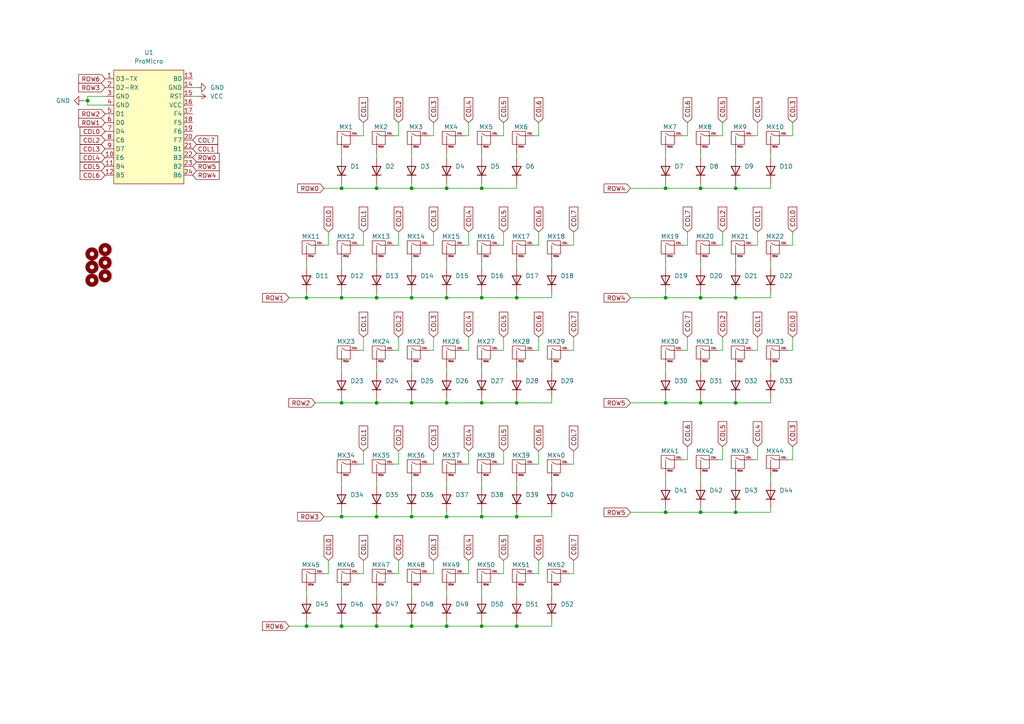
<source format=kicad_sch>
(kicad_sch (version 20230121) (generator eeschema)
  (paper "A4")
  (title_block (date "2023-11-04"))
  (junction (at 109.22 116.84))
  (junction (at 109.22 86.36))
  (junction (at 99.06 116.84))
  (junction (at 119.38 54.61))
  (junction (at 119.38 86.36))
  (junction (at 99.06 54.61))
  (junction (at 88.9 86.36))
  (junction (at 203.2 86.36))
  (junction (at 109.22 149.86))
  (junction (at 149.86 181.61))
  (junction (at 99.06 181.61))
  (junction (at 203.2 54.61))
  (junction (at 193.04 148.59))
  (junction (at 99.06 149.86))
  (junction (at 193.04 116.84))
  (junction (at 213.36 116.84))
  (junction (at 139.7 86.36))
  (junction (at 149.86 116.84))
  (junction (at 99.06 86.36))
  (junction (at 149.86 149.86))
  (junction (at 139.7 149.86))
  (junction (at 129.54 116.84))
  (junction (at 129.54 149.86))
  (junction (at 139.7 54.61))
  (junction (at 139.7 181.61))
  (junction (at 129.54 181.61))
  (junction (at 213.36 148.59))
  (junction (at 213.36 54.61))
  (junction (at 129.54 86.36))
  (junction (at 149.86 86.36))
  (junction (at 109.22 181.61))
  (junction (at 203.2 116.84))
  (junction (at 88.9 181.61))
  (junction (at 139.7 116.84))
  (junction (at 119.38 181.61))
  (junction (at 203.2 148.59))
  (junction (at 25.4 29.21))
  (junction (at 119.38 149.86))
  (junction (at 109.22 54.61))
  (junction (at 193.04 54.61))
  (junction (at 193.04 86.36))
  (junction (at 213.36 86.36))
  (junction (at 129.54 54.61))
  (junction (at 119.38 116.84))
  (wire (pts (xy 125.73 134.62) (xy 125.73 130.81)))
  (wire (pts (xy 182.88 148.59) (xy 193.04 148.59)))
  (wire (pts (xy 213.36 116.84) (xy 223.52 116.84)))
  (wire (pts (xy 109.22 149.86) (xy 119.38 149.86)))
  (wire (pts (xy 213.36 54.61) (xy 223.52 54.61)))
  (wire (pts (xy 119.38 140.97) (xy 119.38 139.7)))
  (wire (pts (xy 91.44 116.84) (xy 99.06 116.84)))
  (wire (pts (xy 223.52 147.32) (xy 223.52 148.59)))
  (wire (pts (xy 109.22 54.61) (xy 119.38 54.61)))
  (wire (pts (xy 119.38 181.61) (xy 129.54 181.61)))
  (wire (pts (xy 115.57 101.6) (xy 115.57 97.79)))
  (wire (pts (xy 129.54 116.84) (xy 139.7 116.84)))
  (wire (pts (xy 134.62 166.37) (xy 135.89 166.37)))
  (wire (pts (xy 146.05 101.6) (xy 146.05 97.79)))
  (wire (pts (xy 129.54 148.59) (xy 129.54 149.86)))
  (wire (pts (xy 203.2 45.72) (xy 203.2 44.45)))
  (wire (pts (xy 135.89 101.6) (xy 135.89 97.79)))
  (wire (pts (xy 109.22 115.57) (xy 109.22 116.84)))
  (wire (pts (xy 149.86 116.84) (xy 160.02 116.84)))
  (wire (pts (xy 105.41 166.37) (xy 105.41 162.56)))
  (wire (pts (xy 119.38 45.72) (xy 119.38 44.45)))
  (wire (pts (xy 219.71 133.35) (xy 219.71 129.54)))
  (wire (pts (xy 57.15 25.4) (xy 55.88 25.4)))
  (wire (pts (xy 160.02 140.97) (xy 160.02 139.7)))
  (wire (pts (xy 165.1 134.62) (xy 166.37 134.62)))
  (wire (pts (xy 88.9 180.34) (xy 88.9 181.61)))
  (wire (pts (xy 160.02 85.09) (xy 160.02 86.36)))
  (wire (pts (xy 193.04 54.61) (xy 203.2 54.61)))
  (wire (pts (xy 203.2 139.7) (xy 203.2 138.43)))
  (wire (pts (xy 125.73 39.37) (xy 125.73 35.56)))
  (wire (pts (xy 218.44 101.6) (xy 219.71 101.6)))
  (wire (pts (xy 30.48 27.94) (xy 25.4 27.94)))
  (wire (pts (xy 124.46 101.6) (xy 125.73 101.6)))
  (wire (pts (xy 166.37 71.12) (xy 166.37 67.31)))
  (wire (pts (xy 193.04 86.36) (xy 203.2 86.36)))
  (wire (pts (xy 99.06 54.61) (xy 109.22 54.61)))
  (wire (pts (xy 198.12 101.6) (xy 199.39 101.6)))
  (wire (pts (xy 139.7 148.59) (xy 139.7 149.86)))
  (wire (pts (xy 119.38 77.47) (xy 119.38 76.2)))
  (wire (pts (xy 193.04 45.72) (xy 193.04 44.45)))
  (wire (pts (xy 166.37 101.6) (xy 166.37 97.79)))
  (wire (pts (xy 209.55 101.6) (xy 209.55 97.79)))
  (wire (pts (xy 88.9 181.61) (xy 99.06 181.61)))
  (wire (pts (xy 105.41 39.37) (xy 105.41 35.56)))
  (wire (pts (xy 104.14 134.62) (xy 105.41 134.62)))
  (wire (pts (xy 99.06 45.72) (xy 99.06 44.45)))
  (wire (pts (xy 154.94 101.6) (xy 156.21 101.6)))
  (wire (pts (xy 139.7 115.57) (xy 139.7 116.84)))
  (wire (pts (xy 154.94 166.37) (xy 156.21 166.37)))
  (wire (pts (xy 160.02 77.47) (xy 160.02 76.2)))
  (wire (pts (xy 119.38 115.57) (xy 119.38 116.84)))
  (wire (pts (xy 223.52 45.72) (xy 223.52 44.45)))
  (wire (pts (xy 104.14 39.37) (xy 105.41 39.37)))
  (wire (pts (xy 219.71 101.6) (xy 219.71 97.79)))
  (wire (pts (xy 149.86 140.97) (xy 149.86 139.7)))
  (wire (pts (xy 105.41 134.62) (xy 105.41 130.81)))
  (wire (pts (xy 99.06 149.86) (xy 109.22 149.86)))
  (wire (pts (xy 218.44 133.35) (xy 219.71 133.35)))
  (wire (pts (xy 149.86 45.72) (xy 149.86 44.45)))
  (wire (pts (xy 99.06 107.95) (xy 99.06 106.68)))
  (wire (pts (xy 203.2 115.57) (xy 203.2 116.84)))
  (wire (pts (xy 139.7 107.95) (xy 139.7 106.68)))
  (wire (pts (xy 25.4 27.94) (xy 25.4 29.21)))
  (wire (pts (xy 109.22 180.34) (xy 109.22 181.61)))
  (wire (pts (xy 213.36 147.32) (xy 213.36 148.59)))
  (wire (pts (xy 198.12 39.37) (xy 199.39 39.37)))
  (wire (pts (xy 149.86 86.36) (xy 160.02 86.36)))
  (wire (pts (xy 156.21 134.62) (xy 156.21 130.81)))
  (wire (pts (xy 166.37 166.37) (xy 166.37 162.56)))
  (wire (pts (xy 25.4 30.48) (xy 30.48 30.48)))
  (wire (pts (xy 129.54 115.57) (xy 129.54 116.84)))
  (wire (pts (xy 129.54 181.61) (xy 139.7 181.61)))
  (wire (pts (xy 182.88 116.84) (xy 193.04 116.84)))
  (wire (pts (xy 209.55 39.37) (xy 209.55 35.56)))
  (wire (pts (xy 105.41 101.6) (xy 105.41 97.79)))
  (wire (pts (xy 99.06 53.34) (xy 99.06 54.61)))
  (wire (pts (xy 139.7 85.09) (xy 139.7 86.36)))
  (wire (pts (xy 193.04 147.32) (xy 193.04 148.59)))
  (wire (pts (xy 149.86 149.86) (xy 160.02 149.86)))
  (wire (pts (xy 165.1 71.12) (xy 166.37 71.12)))
  (wire (pts (xy 93.98 149.86) (xy 99.06 149.86)))
  (wire (pts (xy 129.54 77.47) (xy 129.54 76.2)))
  (wire (pts (xy 149.86 180.34) (xy 149.86 181.61)))
  (wire (pts (xy 149.86 85.09) (xy 149.86 86.36)))
  (wire (pts (xy 208.28 133.35) (xy 209.55 133.35)))
  (wire (pts (xy 88.9 86.36) (xy 99.06 86.36)))
  (wire (pts (xy 144.78 71.12) (xy 146.05 71.12)))
  (wire (pts (xy 223.52 53.34) (xy 223.52 54.61)))
  (wire (pts (xy 124.46 166.37) (xy 125.73 166.37)))
  (wire (pts (xy 99.06 180.34) (xy 99.06 181.61)))
  (wire (pts (xy 219.71 39.37) (xy 219.71 35.56)))
  (wire (pts (xy 88.9 172.72) (xy 88.9 171.45)))
  (wire (pts (xy 228.6 133.35) (xy 229.87 133.35)))
  (wire (pts (xy 99.06 116.84) (xy 109.22 116.84)))
  (wire (pts (xy 156.21 101.6) (xy 156.21 97.79)))
  (wire (pts (xy 203.2 77.47) (xy 203.2 76.2)))
  (wire (pts (xy 135.89 134.62) (xy 135.89 130.81)))
  (wire (pts (xy 144.78 134.62) (xy 146.05 134.62)))
  (wire (pts (xy 149.86 53.34) (xy 149.86 54.61)))
  (wire (pts (xy 114.3 134.62) (xy 115.57 134.62)))
  (wire (pts (xy 99.06 181.61) (xy 109.22 181.61)))
  (wire (pts (xy 109.22 140.97) (xy 109.22 139.7)))
  (wire (pts (xy 160.02 115.57) (xy 160.02 116.84)))
  (wire (pts (xy 134.62 101.6) (xy 135.89 101.6)))
  (wire (pts (xy 209.55 133.35) (xy 209.55 129.54)))
  (wire (pts (xy 135.89 39.37) (xy 135.89 35.56)))
  (wire (pts (xy 115.57 39.37) (xy 115.57 35.56)))
  (wire (pts (xy 149.86 181.61) (xy 160.02 181.61)))
  (wire (pts (xy 156.21 71.12) (xy 156.21 67.31)))
  (wire (pts (xy 213.36 45.72) (xy 213.36 44.45)))
  (wire (pts (xy 203.2 54.61) (xy 213.36 54.61)))
  (wire (pts (xy 203.2 107.95) (xy 203.2 106.68)))
  (wire (pts (xy 223.52 77.47) (xy 223.52 76.2)))
  (wire (pts (xy 146.05 39.37) (xy 146.05 35.56)))
  (wire (pts (xy 156.21 39.37) (xy 156.21 35.56)))
  (wire (pts (xy 160.02 172.72) (xy 160.02 171.45)))
  (wire (pts (xy 218.44 39.37) (xy 219.71 39.37)))
  (wire (pts (xy 209.55 71.12) (xy 209.55 67.31)))
  (wire (pts (xy 135.89 166.37) (xy 135.89 162.56)))
  (wire (pts (xy 193.04 107.95) (xy 193.04 106.68)))
  (wire (pts (xy 229.87 71.12) (xy 229.87 67.31)))
  (wire (pts (xy 146.05 134.62) (xy 146.05 130.81)))
  (wire (pts (xy 229.87 39.37) (xy 229.87 35.56)))
  (wire (pts (xy 109.22 77.47) (xy 109.22 76.2)))
  (wire (pts (xy 109.22 107.95) (xy 109.22 106.68)))
  (wire (pts (xy 139.7 77.47) (xy 139.7 76.2)))
  (wire (pts (xy 199.39 39.37) (xy 199.39 35.56)))
  (wire (pts (xy 154.94 71.12) (xy 156.21 71.12)))
  (wire (pts (xy 208.28 101.6) (xy 209.55 101.6)))
  (wire (pts (xy 199.39 133.35) (xy 199.39 129.54)))
  (wire (pts (xy 203.2 53.34) (xy 203.2 54.61)))
  (wire (pts (xy 213.36 53.34) (xy 213.36 54.61)))
  (wire (pts (xy 99.06 115.57) (xy 99.06 116.84)))
  (wire (pts (xy 119.38 86.36) (xy 129.54 86.36)))
  (wire (pts (xy 139.7 149.86) (xy 149.86 149.86)))
  (wire (pts (xy 109.22 148.59) (xy 109.22 149.86)))
  (wire (pts (xy 203.2 86.36) (xy 213.36 86.36)))
  (wire (pts (xy 160.02 107.95) (xy 160.02 106.68)))
  (wire (pts (xy 213.36 115.57) (xy 213.36 116.84)))
  (wire (pts (xy 55.88 27.94) (xy 57.15 27.94)))
  (wire (pts (xy 93.98 166.37) (xy 95.25 166.37)))
  (wire (pts (xy 208.28 71.12) (xy 209.55 71.12)))
  (wire (pts (xy 160.02 180.34) (xy 160.02 181.61)))
  (wire (pts (xy 193.04 116.84) (xy 203.2 116.84)))
  (wire (pts (xy 203.2 147.32) (xy 203.2 148.59)))
  (wire (pts (xy 99.06 85.09) (xy 99.06 86.36)))
  (wire (pts (xy 139.7 140.97) (xy 139.7 139.7)))
  (wire (pts (xy 203.2 85.09) (xy 203.2 86.36)))
  (wire (pts (xy 203.2 116.84) (xy 213.36 116.84)))
  (wire (pts (xy 124.46 39.37) (xy 125.73 39.37)))
  (wire (pts (xy 139.7 45.72) (xy 139.7 44.45)))
  (wire (pts (xy 219.71 71.12) (xy 219.71 67.31)))
  (wire (pts (xy 144.78 101.6) (xy 146.05 101.6)))
  (wire (pts (xy 139.7 116.84) (xy 149.86 116.84)))
  (wire (pts (xy 165.1 166.37) (xy 166.37 166.37)))
  (wire (pts (xy 134.62 39.37) (xy 135.89 39.37)))
  (wire (pts (xy 114.3 71.12) (xy 115.57 71.12)))
  (wire (pts (xy 129.54 85.09) (xy 129.54 86.36)))
  (wire (pts (xy 129.54 140.97) (xy 129.54 139.7)))
  (wire (pts (xy 213.36 86.36) (xy 223.52 86.36)))
  (wire (pts (xy 213.36 107.95) (xy 213.36 106.68)))
  (wire (pts (xy 139.7 181.61) (xy 149.86 181.61)))
  (wire (pts (xy 119.38 54.61) (xy 129.54 54.61)))
  (wire (pts (xy 193.04 148.59) (xy 203.2 148.59)))
  (wire (pts (xy 228.6 39.37) (xy 229.87 39.37)))
  (wire (pts (xy 109.22 85.09) (xy 109.22 86.36)))
  (wire (pts (xy 93.98 71.12) (xy 95.25 71.12)))
  (wire (pts (xy 109.22 116.84) (xy 119.38 116.84)))
  (wire (pts (xy 146.05 71.12) (xy 146.05 67.31)))
  (wire (pts (xy 125.73 71.12) (xy 125.73 67.31)))
  (wire (pts (xy 124.46 134.62) (xy 125.73 134.62)))
  (wire (pts (xy 115.57 134.62) (xy 115.57 130.81)))
  (wire (pts (xy 129.54 54.61) (xy 139.7 54.61)))
  (wire (pts (xy 193.04 77.47) (xy 193.04 76.2)))
  (wire (pts (xy 25.4 29.21) (xy 24.13 29.21)))
  (wire (pts (xy 88.9 77.47) (xy 88.9 76.2)))
  (wire (pts (xy 160.02 148.59) (xy 160.02 149.86)))
  (wire (pts (xy 193.04 85.09) (xy 193.04 86.36)))
  (wire (pts (xy 104.14 166.37) (xy 105.41 166.37)))
  (wire (pts (xy 129.54 53.34) (xy 129.54 54.61)))
  (wire (pts (xy 149.86 77.47) (xy 149.86 76.2)))
  (wire (pts (xy 119.38 172.72) (xy 119.38 171.45)))
  (wire (pts (xy 115.57 166.37) (xy 115.57 162.56)))
  (wire (pts (xy 193.04 115.57) (xy 193.04 116.84)))
  (wire (pts (xy 129.54 45.72) (xy 129.54 44.45)))
  (wire (pts (xy 109.22 181.61) (xy 119.38 181.61)))
  (wire (pts (xy 193.04 139.7) (xy 193.04 138.43)))
  (wire (pts (xy 182.88 54.61) (xy 193.04 54.61)))
  (wire (pts (xy 125.73 166.37) (xy 125.73 162.56)))
  (wire (pts (xy 134.62 134.62) (xy 135.89 134.62)))
  (wire (pts (xy 129.54 180.34) (xy 129.54 181.61)))
  (wire (pts (xy 144.78 166.37) (xy 146.05 166.37)))
  (wire (pts (xy 198.12 71.12) (xy 199.39 71.12)))
  (wire (pts (xy 139.7 172.72) (xy 139.7 171.45)))
  (wire (pts (xy 229.87 101.6) (xy 229.87 97.79)))
  (wire (pts (xy 114.3 39.37) (xy 115.57 39.37)))
  (wire (pts (xy 104.14 71.12) (xy 105.41 71.12)))
  (wire (pts (xy 129.54 172.72) (xy 129.54 171.45)))
  (wire (pts (xy 119.38 85.09) (xy 119.38 86.36)))
  (wire (pts (xy 223.52 139.7) (xy 223.52 138.43)))
  (wire (pts (xy 119.38 116.84) (xy 129.54 116.84)))
  (wire (pts (xy 129.54 86.36) (xy 139.7 86.36)))
  (wire (pts (xy 203.2 148.59) (xy 213.36 148.59)))
  (wire (pts (xy 109.22 45.72) (xy 109.22 44.45)))
  (wire (pts (xy 134.62 71.12) (xy 135.89 71.12)))
  (wire (pts (xy 146.05 166.37) (xy 146.05 162.56)))
  (wire (pts (xy 149.86 172.72) (xy 149.86 171.45)))
  (wire (pts (xy 114.3 166.37) (xy 115.57 166.37)))
  (wire (pts (xy 95.25 166.37) (xy 95.25 162.56)))
  (wire (pts (xy 156.21 166.37) (xy 156.21 162.56)))
  (wire (pts (xy 124.46 71.12) (xy 125.73 71.12)))
  (wire (pts (xy 228.6 71.12) (xy 229.87 71.12)))
  (wire (pts (xy 213.36 85.09) (xy 213.36 86.36)))
  (wire (pts (xy 149.86 148.59) (xy 149.86 149.86)))
  (wire (pts (xy 213.36 139.7) (xy 213.36 138.43)))
  (wire (pts (xy 104.14 101.6) (xy 105.41 101.6)))
  (wire (pts (xy 165.1 101.6) (xy 166.37 101.6)))
  (wire (pts (xy 105.41 71.12) (xy 105.41 67.31)))
  (wire (pts (xy 199.39 101.6) (xy 199.39 97.79)))
  (wire (pts (xy 193.04 53.34) (xy 193.04 54.61)))
  (wire (pts (xy 139.7 86.36) (xy 149.86 86.36)))
  (wire (pts (xy 83.82 181.61) (xy 88.9 181.61)))
  (wire (pts (xy 99.06 148.59) (xy 99.06 149.86)))
  (wire (pts (xy 135.89 71.12) (xy 135.89 67.31)))
  (wire (pts (xy 229.87 133.35) (xy 229.87 129.54)))
  (wire (pts (xy 99.06 77.47) (xy 99.06 76.2)))
  (wire (pts (xy 182.88 86.36) (xy 193.04 86.36)))
  (wire (pts (xy 144.78 39.37) (xy 146.05 39.37)))
  (wire (pts (xy 115.57 71.12) (xy 115.57 67.31)))
  (wire (pts (xy 109.22 53.34) (xy 109.22 54.61)))
  (wire (pts (xy 198.12 133.35) (xy 199.39 133.35)))
  (wire (pts (xy 25.4 29.21) (xy 25.4 30.48)))
  (wire (pts (xy 129.54 107.95) (xy 129.54 106.68)))
  (wire (pts (xy 119.38 149.86) (xy 129.54 149.86)))
  (wire (pts (xy 99.06 140.97) (xy 99.06 139.7)))
  (wire (pts (xy 223.52 107.95) (xy 223.52 106.68)))
  (wire (pts (xy 83.82 86.36) (xy 88.9 86.36)))
  (wire (pts (xy 213.36 77.47) (xy 213.36 76.2)))
  (wire (pts (xy 149.86 107.95) (xy 149.86 106.68)))
  (wire (pts (xy 166.37 134.62) (xy 166.37 130.81)))
  (wire (pts (xy 228.6 101.6) (xy 229.87 101.6)))
  (wire (pts (xy 119.38 53.34) (xy 119.38 54.61)))
  (wire (pts (xy 109.22 172.72) (xy 109.22 171.45)))
  (wire (pts (xy 114.3 101.6) (xy 115.57 101.6)))
  (wire (pts (xy 119.38 180.34) (xy 119.38 181.61)))
  (wire (pts (xy 218.44 71.12) (xy 219.71 71.12)))
  (wire (pts (xy 223.52 115.57) (xy 223.52 116.84)))
  (wire (pts (xy 139.7 53.34) (xy 139.7 54.61)))
  (wire (pts (xy 154.94 39.37) (xy 156.21 39.37)))
  (wire (pts (xy 125.73 101.6) (xy 125.73 97.79)))
  (wire (pts (xy 119.38 148.59) (xy 119.38 149.86)))
  (wire (pts (xy 208.28 39.37) (xy 209.55 39.37)))
  (wire (pts (xy 99.06 86.36) (xy 109.22 86.36)))
  (wire (pts (xy 119.38 107.95) (xy 119.38 106.68)))
  (wire (pts (xy 154.94 134.62) (xy 156.21 134.62)))
  (wire (pts (xy 99.06 172.72) (xy 99.06 171.45)))
  (wire (pts (xy 139.7 180.34) (xy 139.7 181.61)))
  (wire (pts (xy 199.39 71.12) (xy 199.39 67.31)))
  (wire (pts (xy 139.7 54.61) (xy 149.86 54.61)))
  (wire (pts (xy 88.9 85.09) (xy 88.9 86.36)))
  (wire (pts (xy 223.52 85.09) (xy 223.52 86.36)))
  (wire (pts (xy 93.98 54.61) (xy 99.06 54.61)))
  (wire (pts (xy 95.25 71.12) (xy 95.25 67.31)))
  (wire (pts (xy 109.22 86.36) (xy 119.38 86.36)))
  (wire (pts (xy 213.36 148.59) (xy 223.52 148.59)))
  (wire (pts (xy 149.86 115.57) (xy 149.86 116.84)))
  (wire (pts (xy 129.54 149.86) (xy 139.7 149.86)))
  (global_label "COL5" (shape input) (at 146.05 67.31 90) (property "Intersheetrefs" "${INTERSHEET_REFS}" (effects hide)))
  (global_label "COL7" (shape input) (at 199.39 67.31 90) (property "Intersheetrefs" "${INTERSHEET_REFS}" (effects hide)))
  (global_label "COL3" (shape input) (at 125.73 35.56 90) (property "Intersheetrefs" "${INTERSHEET_REFS}" (effects hide)))
  (global_label "COL5" (shape input) (at 30.48 48.26 180) (property "Intersheetrefs" "${INTERSHEET_REFS}" (effects hide)))
  (global_label "COL1" (shape input) (at 105.41 130.81 90) (property "Intersheetrefs" "${INTERSHEET_REFS}" (effects hide)))
  (global_label "COL4" (shape input) (at 135.89 97.79 90) (property "Intersheetrefs" "${INTERSHEET_REFS}" (effects hide)))
  (global_label "COL2" (shape input) (at 115.57 35.56 90) (property "Intersheetrefs" "${INTERSHEET_REFS}" (effects hide)))
  (global_label "COL5" (shape input) (at 146.05 97.79 90) (property "Intersheetrefs" "${INTERSHEET_REFS}" (effects hide)))
  (global_label "ROW5" (shape input) (at 182.88 116.84 180) (property "Intersheetrefs" "${INTERSHEET_REFS}" (effects hide)))
  (global_label "COL6" (shape input) (at 156.21 162.56 90) (property "Intersheetrefs" "${INTERSHEET_REFS}" (effects hide)))
  (global_label "ROW5" (shape input) (at 182.88 148.59 180) (property "Intersheetrefs" "${INTERSHEET_REFS}" (effects hide)))
  (global_label "COL6" (shape input) (at 156.21 35.56 90) (property "Intersheetrefs" "${INTERSHEET_REFS}" (effects hide)))
  (global_label "ROW0" (shape input) (at 93.98 54.61 180) (property "Intersheetrefs" "${INTERSHEET_REFS}" (effects hide)))
  (global_label "COL4" (shape input) (at 135.89 162.56 90) (property "Intersheetrefs" "${INTERSHEET_REFS}" (effects hide)))
  (global_label "COL6" (shape input) (at 30.48 50.8 180) (property "Intersheetrefs" "${INTERSHEET_REFS}" (effects hide)))
  (global_label "COL0" (shape input) (at 95.25 162.56 90) (property "Intersheetrefs" "${INTERSHEET_REFS}" (effects hide)))
  (global_label "ROW1" (shape input) (at 30.48 35.56 180) (property "Intersheetrefs" "${INTERSHEET_REFS}" (effects hide)))
  (global_label "COL4" (shape input) (at 135.89 130.81 90) (property "Intersheetrefs" "${INTERSHEET_REFS}" (effects hide)))
  (global_label "COL3" (shape input) (at 229.87 35.56 90) (property "Intersheetrefs" "${INTERSHEET_REFS}" (effects hide)))
  (global_label "ROW4" (shape input) (at 182.88 86.36 180) (property "Intersheetrefs" "${INTERSHEET_REFS}" (effects hide)))
  (global_label "COL1" (shape input) (at 105.41 67.31 90) (property "Intersheetrefs" "${INTERSHEET_REFS}" (effects hide)))
  (global_label "COL4" (shape input) (at 219.71 35.56 90) (property "Intersheetrefs" "${INTERSHEET_REFS}" (effects hide)))
  (global_label "COL1" (shape input) (at 219.71 97.79 90) (property "Intersheetrefs" "${INTERSHEET_REFS}" (effects hide)))
  (global_label "COL2" (shape input) (at 115.57 97.79 90) (property "Intersheetrefs" "${INTERSHEET_REFS}" (effects hide)))
  (global_label "COL5" (shape input) (at 146.05 130.81 90) (property "Intersheetrefs" "${INTERSHEET_REFS}" (effects hide)))
  (global_label "COL3" (shape input) (at 125.73 162.56 90) (property "Intersheetrefs" "${INTERSHEET_REFS}" (effects hide)))
  (global_label "COL1" (shape input) (at 105.41 35.56 90) (property "Intersheetrefs" "${INTERSHEET_REFS}" (effects hide)))
  (global_label "ROW3" (shape input) (at 30.48 25.4 180) (property "Intersheetrefs" "${INTERSHEET_REFS}" (effects hide)))
  (global_label "ROW3" (shape input) (at 93.98 149.86 180) (property "Intersheetrefs" "${INTERSHEET_REFS}" (effects hide)))
  (global_label "COL6" (shape input) (at 156.21 130.81 90) (property "Intersheetrefs" "${INTERSHEET_REFS}" (effects hide)))
  (global_label "COL7" (shape input) (at 166.37 97.79 90) (property "Intersheetrefs" "${INTERSHEET_REFS}" (effects hide)))
  (global_label "COL1" (shape input) (at 219.71 67.31 90) (property "Intersheetrefs" "${INTERSHEET_REFS}" (effects hide)))
  (global_label "COL6" (shape input) (at 199.39 35.56 90) (property "Intersheetrefs" "${INTERSHEET_REFS}" (effects hide)))
  (global_label "COL2" (shape input) (at 209.55 67.31 90) (property "Intersheetrefs" "${INTERSHEET_REFS}" (effects hide)))
  (global_label "COL3" (shape input) (at 125.73 97.79 90) (property "Intersheetrefs" "${INTERSHEET_REFS}" (effects hide)))
  (global_label "ROW5" (shape input) (at 55.88 48.26 0) (property "Intersheetrefs" "${INTERSHEET_REFS}" (effects hide)))
  (global_label "COL2" (shape input) (at 115.57 162.56 90) (property "Intersheetrefs" "${INTERSHEET_REFS}" (effects hide)))
  (global_label "ROW6" (shape input) (at 30.48 22.86 180) (property "Intersheetrefs" "${INTERSHEET_REFS}" (effects hide)))
  (global_label "COL0" (shape input) (at 95.25 67.31 90) (property "Intersheetrefs" "${INTERSHEET_REFS}" (effects hide)))
  (global_label "COL2" (shape input) (at 115.57 67.31 90) (property "Intersheetrefs" "${INTERSHEET_REFS}" (effects hide)))
  (global_label "COL5" (shape input) (at 146.05 162.56 90) (property "Intersheetrefs" "${INTERSHEET_REFS}" (effects hide)))
  (global_label "COL6" (shape input) (at 156.21 67.31 90) (property "Intersheetrefs" "${INTERSHEET_REFS}" (effects hide)))
  (global_label "COL0" (shape input) (at 229.87 67.31 90) (property "Intersheetrefs" "${INTERSHEET_REFS}" (effects hide)))
  (global_label "ROW1" (shape input) (at 83.82 86.36 180) (property "Intersheetrefs" "${INTERSHEET_REFS}" (effects hide)))
  (global_label "COL2" (shape input) (at 115.57 130.81 90) (property "Intersheetrefs" "${INTERSHEET_REFS}" (effects hide)))
  (global_label "COL7" (shape input) (at 55.88 40.64 0) (property "Intersheetrefs" "${INTERSHEET_REFS}" (effects hide)))
  (global_label "COL5" (shape input) (at 209.55 129.54 90) (property "Intersheetrefs" "${INTERSHEET_REFS}" (effects hide)))
  (global_label "COL7" (shape input) (at 166.37 130.81 90) (property "Intersheetrefs" "${INTERSHEET_REFS}" (effects hide)))
  (global_label "COL7" (shape input) (at 166.37 162.56 90) (property "Intersheetrefs" "${INTERSHEET_REFS}" (effects hide)))
  (global_label "COL3" (shape input) (at 229.87 129.54 90) (property "Intersheetrefs" "${INTERSHEET_REFS}" (effects hide)))
  (global_label "COL1" (shape input) (at 55.88 43.18 0) (property "Intersheetrefs" "${INTERSHEET_REFS}" (effects hide)))
  (global_label "ROW2" (shape input) (at 30.48 33.02 180) (property "Intersheetrefs" "${INTERSHEET_REFS}" (effects hide)))
  (global_label "COL1" (shape input) (at 105.41 162.56 90) (property "Intersheetrefs" "${INTERSHEET_REFS}" (effects hide)))
  (global_label "COL3" (shape input) (at 30.48 43.18 180) (property "Intersheetrefs" "${INTERSHEET_REFS}" (effects hide)))
  (global_label "COL0" (shape input) (at 30.48 38.1 180) (property "Intersheetrefs" "${INTERSHEET_REFS}" (effects hide)))
  (global_label "COL7" (shape input) (at 166.37 67.31 90) (property "Intersheetrefs" "${INTERSHEET_REFS}" (effects hide)))
  (global_label "COL1" (shape input) (at 105.41 97.79 90) (property "Intersheetrefs" "${INTERSHEET_REFS}" (effects hide)))
  (global_label "ROW2" (shape input) (at 91.44 116.84 180) (property "Intersheetrefs" "${INTERSHEET_REFS}" (effects hide)))
  (global_label "ROW6" (shape input) (at 83.82 181.61 180) (property "Intersheetrefs" "${INTERSHEET_REFS}" (effects hide)))
  (global_label "COL7" (shape input) (at 199.39 97.79 90) (property "Intersheetrefs" "${INTERSHEET_REFS}" (effects hide)))
  (global_label "COL4" (shape input) (at 219.71 129.54 90) (property "Intersheetrefs" "${INTERSHEET_REFS}" (effects hide)))
  (global_label "COL3" (shape input) (at 125.73 130.81 90) (property "Intersheetrefs" "${INTERSHEET_REFS}" (effects hide)))
  (global_label "ROW0" (shape input) (at 55.88 45.72 0) (property "Intersheetrefs" "${INTERSHEET_REFS}" (effects hide)))
  (global_label "COL0" (shape input) (at 229.87 97.79 90) (property "Intersheetrefs" "${INTERSHEET_REFS}" (effects hide)))
  (global_label "ROW4" (shape input) (at 182.88 54.61 180) (property "Intersheetrefs" "${INTERSHEET_REFS}" (effects hide)))
  (global_label "COL6" (shape input) (at 199.39 129.54 90) (property "Intersheetrefs" "${INTERSHEET_REFS}" (effects hide)))
  (global_label "COL6" (shape input) (at 156.21 97.79 90) (property "Intersheetrefs" "${INTERSHEET_REFS}" (effects hide)))
  (global_label "ROW4" (shape input) (at 55.88 50.8 0) (property "Intersheetrefs" "${INTERSHEET_REFS}" (effects hide)))
  (global_label "COL3" (shape input) (at 125.73 67.31 90) (property "Intersheetrefs" "${INTERSHEET_REFS}" (effects hide)))
  (global_label "COL5" (shape input) (at 146.05 35.56 90) (property "Intersheetrefs" "${INTERSHEET_REFS}" (effects hide)))
  (global_label "COL2" (shape input) (at 209.55 97.79 90) (property "Intersheetrefs" "${INTERSHEET_REFS}" (effects hide)))
  (global_label "COL2" (shape input) (at 30.48 40.64 180) (property "Intersheetrefs" "${INTERSHEET_REFS}" (effects hide)))
  (global_label "COL5" (shape input) (at 209.55 35.56 90) (property "Intersheetrefs" "${INTERSHEET_REFS}" (effects hide)))
  (global_label "COL4" (shape input) (at 30.48 45.72 180) (property "Intersheetrefs" "${INTERSHEET_REFS}" (effects hide)))
  (global_label "COL4" (shape input) (at 135.89 67.31 90) (property "Intersheetrefs" "${INTERSHEET_REFS}" (effects hide)))
  (global_label "COL4" (shape input) (at 135.89 35.56 90) (property "Intersheetrefs" "${INTERSHEET_REFS}" (effects hide)))
  (symbol (lib_id "PCM_0xcb:MX") (at 224.79 133.35 0) (unit 1)
    (property "Reference" "MX44" (at 224.79 130.81 0))
    (property "Value" "MX" (effects hide))
    (property "Footprint" "_mx:MX-Alps-Hybrid-1.25U" (effects hide))
  )
  (symbol (lib_id "PCM_0xcb:MX") (at 130.81 166.37 0) (unit 1)
    (property "Reference" "MX49" (at 130.81 163.83 0))
    (property "Value" "MX" (effects hide))
    (property "Footprint" "_mx:MX-Alps-Hybrid-2.25U-ReversedStabilizers" (effects hide))
  )
  (symbol (lib_id "PCM_0xcb:MX") (at 151.13 101.6 0) (unit 1)
    (property "Reference" "MX28" (at 151.13 99.06 0))
    (property "Value" "MX" (effects hide))
    (property "Footprint" "_mx:MX-Alps-Hybrid-1U" (effects hide))
  )
  (symbol (lib_id "PCM_0xcb:MX") (at 151.13 134.62 0) (unit 1)
    (property "Reference" "MX39" (at 151.13 132.08 0))
    (property "Value" "MX" (effects hide))
    (property "Footprint" "_mx:MX-Alps-Hybrid-1U" (effects hide))
  )
  (symbol (lib_id "PCM_0xcb:MX") (at 214.63 101.6 0) (unit 1)
    (property "Reference" "MX32" (at 214.63 99.06 0))
    (property "Value" "MX" (effects hide))
    (property "Footprint" "_mx:MX-Alps-Hybrid-1U" (effects hide))
  )
  (symbol (lib_id "Diode:1N4148") (at 129.54 144.78 90) (unit 1)
    (property "Reference" "D37" (at 132.08 143.51 90) (effects (justify right)))
    (property "Value" "1N4148" (effects hide))
    (property "Footprint" "Diode_THT:D_DO-35_SOD27_P7.62mm_Horizontal" (effects hide))
    (property "Datasheet" "https://assets.nexperia.com/documents/data-sheet/1N4148_1N4448.pdf" (effects hide))
    (property "Sim.Device" "D" (effects hide))
    (property "Sim.Pins" "1=K 2=A" (effects hide))
  )
  (symbol (lib_id "Diode:1N4148") (at 139.7 176.53 90) (unit 1)
    (property "Reference" "D50" (at 142.24 175.26 90) (effects (justify right)))
    (property "Value" "1N4148" (effects hide))
    (property "Footprint" "Diode_THT:D_DO-35_SOD27_P7.62mm_Horizontal" (effects hide))
    (property "Datasheet" "https://assets.nexperia.com/documents/data-sheet/1N4148_1N4448.pdf" (effects hide))
    (property "Sim.Device" "D" (effects hide))
    (property "Sim.Pins" "1=K 2=A" (effects hide))
  )
  (symbol (lib_id "Diode:1N4148") (at 203.2 81.28 90) (unit 1)
    (property "Reference" "D20" (at 205.74 80.01 90) (effects (justify right)))
    (property "Value" "1N4148" (effects hide))
    (property "Footprint" "Diode_THT:D_DO-35_SOD27_P7.62mm_Horizontal" (effects hide))
    (property "Datasheet" "https://assets.nexperia.com/documents/data-sheet/1N4148_1N4448.pdf" (effects hide))
    (property "Sim.Device" "D" (effects hide))
    (property "Sim.Pins" "1=K 2=A" (effects hide))
  )
  (symbol (lib_id "PCM_0xcb:MX") (at 130.81 71.12 0) (unit 1)
    (property "Reference" "MX15" (at 130.81 68.58 0))
    (property "Value" "MX" (effects hide))
    (property "Footprint" "_mx:MX-Alps-Hybrid-1U" (effects hide))
  )
  (symbol (lib_id "Diode:1N4148") (at 213.36 111.76 90) (unit 1)
    (property "Reference" "D32" (at 215.9 110.49 90) (effects (justify right)))
    (property "Value" "1N4148" (effects hide))
    (property "Footprint" "Diode_THT:D_DO-35_SOD27_P7.62mm_Horizontal" (effects hide))
    (property "Datasheet" "https://assets.nexperia.com/documents/data-sheet/1N4148_1N4448.pdf" (effects hide))
    (property "Sim.Device" "D" (effects hide))
    (property "Sim.Pins" "1=K 2=A" (effects hide))
  )
  (symbol (lib_id "Diode:1N4148") (at 203.2 49.53 90) (unit 1)
    (property "Reference" "D8" (at 205.74 48.26 90) (effects (justify right)))
    (property "Value" "1N4148" (effects hide))
    (property "Footprint" "Diode_THT:D_DO-35_SOD27_P7.62mm_Horizontal" (effects hide))
    (property "Datasheet" "https://assets.nexperia.com/documents/data-sheet/1N4148_1N4448.pdf" (effects hide))
    (property "Sim.Device" "D" (effects hide))
    (property "Sim.Pins" "1=K 2=A" (effects hide))
  )
  (symbol (lib_id "PCM_0xcb:MX") (at 120.65 101.6 0) (unit 1)
    (property "Reference" "MX25" (at 120.65 99.06 0))
    (property "Value" "MX" (effects hide))
    (property "Footprint" "_mx:MX-Alps-Hybrid-1U" (effects hide))
  )
  (symbol (lib_id "PCM_0xcb:MX") (at 194.31 133.35 0) (unit 1)
    (property "Reference" "MX41" (at 194.31 130.81 0))
    (property "Value" "MX" (effects hide))
    (property "Footprint" "_mx:MX-Alps-Hybrid-1U" (effects hide))
  )
  (symbol (lib_id "PCM_0xcb:MX") (at 120.65 134.62 0) (unit 1)
    (property "Reference" "MX36" (at 120.65 132.08 0))
    (property "Value" "MX" (effects hide))
    (property "Footprint" "_mx:MX-Alps-Hybrid-1U" (effects hide))
  )
  (symbol (lib_id "PCM_0xcb:MX") (at 204.47 101.6 0) (unit 1)
    (property "Reference" "MX31" (at 204.47 99.06 0))
    (property "Value" "MX" (effects hide))
    (property "Footprint" "_mx:MX-Alps-Hybrid-1U" (effects hide))
  )
  (symbol (lib_id "Diode:1N4148") (at 129.54 49.53 90) (unit 1)
    (property "Reference" "D4" (at 132.08 48.26 90) (effects (justify right)))
    (property "Value" "1N4148" (effects hide))
    (property "Footprint" "Diode_THT:D_DO-35_SOD27_P7.62mm_Horizontal" (effects hide))
    (property "Datasheet" "https://assets.nexperia.com/documents/data-sheet/1N4148_1N4448.pdf" (effects hide))
    (property "Sim.Device" "D" (effects hide))
    (property "Sim.Pins" "1=K 2=A" (effects hide))
  )
  (symbol (lib_id "Diode:1N4148") (at 88.9 176.53 90) (unit 1)
    (property "Reference" "D45" (at 91.44 175.26 90) (effects (justify right)))
    (property "Value" "1N4148" (effects hide))
    (property "Footprint" "Diode_THT:D_DO-35_SOD27_P7.62mm_Horizontal" (effects hide))
    (property "Datasheet" "https://assets.nexperia.com/documents/data-sheet/1N4148_1N4448.pdf" (effects hide))
    (property "Sim.Device" "D" (effects hide))
    (property "Sim.Pins" "1=K 2=A" (effects hide))
  )
  (symbol (lib_id "PCM_0xcb:MX") (at 161.29 101.6 0) (unit 1)
    (property "Reference" "MX29" (at 161.29 99.06 0))
    (property "Value" "MX" (effects hide))
    (property "Footprint" "_mx:MX-Alps-Hybrid-1U" (effects hide))
  )
  (symbol (lib_id "Diode:1N4148") (at 139.7 81.28 90) (unit 1)
    (property "Reference" "D16" (at 142.24 80.01 90) (effects (justify right)))
    (property "Value" "1N4148" (effects hide))
    (property "Footprint" "Diode_THT:D_DO-35_SOD27_P7.62mm_Horizontal" (effects hide))
    (property "Datasheet" "https://assets.nexperia.com/documents/data-sheet/1N4148_1N4448.pdf" (effects hide))
    (property "Sim.Device" "D" (effects hide))
    (property "Sim.Pins" "1=K 2=A" (effects hide))
  )
  (symbol (lib_id "Diode:1N4148") (at 193.04 81.28 90) (unit 1)
    (property "Reference" "D19" (at 195.58 80.01 90) (effects (justify right)))
    (property "Value" "1N4148" (effects hide))
    (property "Footprint" "Diode_THT:D_DO-35_SOD27_P7.62mm_Horizontal" (effects hide))
    (property "Datasheet" "https://assets.nexperia.com/documents/data-sheet/1N4148_1N4448.pdf" (effects hide))
    (property "Sim.Device" "D" (effects hide))
    (property "Sim.Pins" "1=K 2=A" (effects hide))
  )
  (symbol (lib_id "PCM_0xcb:MX") (at 151.13 71.12 0) (unit 1)
    (property "Reference" "MX17" (at 151.13 68.58 0))
    (property "Value" "MX" (effects hide))
    (property "Footprint" "_mx:MX-Alps-Hybrid-1U" (effects hide))
  )
  (symbol (lib_id "Diode:1N4148") (at 99.06 81.28 90) (unit 1)
    (property "Reference" "D12" (at 101.6 80.01 90) (effects (justify right)))
    (property "Value" "1N4148" (effects hide))
    (property "Footprint" "Diode_THT:D_DO-35_SOD27_P7.62mm_Horizontal" (effects hide))
    (property "Datasheet" "https://assets.nexperia.com/documents/data-sheet/1N4148_1N4448.pdf" (effects hide))
    (property "Sim.Device" "D" (effects hide))
    (property "Sim.Pins" "1=K 2=A" (effects hide))
  )
  (symbol (lib_id "PCM_0xcb:MX") (at 204.47 39.37 0) (unit 1)
    (property "Reference" "MX8" (at 204.47 36.83 0))
    (property "Value" "MX" (effects hide))
    (property "Footprint" "_mx:MX-Alps-Hybrid-1U" (effects hide))
  )
  (symbol (lib_id "Mechanical:MountingHole") (at 26.67 73.66 0) (unit 1)
    (property "Reference" "H2" (effects hide))
    (property "Value" "MountingHole" (effects hide))
    (property "Footprint" "MountingHole:MountingHole_2.2mm_M2" (effects hide))
  )
  (symbol (lib_id "Diode:1N4148") (at 213.36 81.28 90) (unit 1)
    (property "Reference" "D21" (at 215.9 80.01 90) (effects (justify right)))
    (property "Value" "1N4148" (effects hide))
    (property "Footprint" "Diode_THT:D_DO-35_SOD27_P7.62mm_Horizontal" (effects hide))
    (property "Datasheet" "https://assets.nexperia.com/documents/data-sheet/1N4148_1N4448.pdf" (effects hide))
    (property "Sim.Device" "D" (effects hide))
    (property "Sim.Pins" "1=K 2=A" (effects hide))
  )
  (symbol (lib_id "Diode:1N4148") (at 109.22 176.53 90) (unit 1)
    (property "Reference" "D47" (at 111.76 175.26 90) (effects (justify right)))
    (property "Value" "1N4148" (effects hide))
    (property "Footprint" "Diode_THT:D_DO-35_SOD27_P7.62mm_Horizontal" (effects hide))
    (property "Datasheet" "https://assets.nexperia.com/documents/data-sheet/1N4148_1N4448.pdf" (effects hide))
    (property "Sim.Device" "D" (effects hide))
    (property "Sim.Pins" "1=K 2=A" (effects hide))
  )
  (symbol (lib_id "Diode:1N4148") (at 149.86 144.78 90) (unit 1)
    (property "Reference" "D39" (at 152.4 143.51 90) (effects (justify right)))
    (property "Value" "1N4148" (effects hide))
    (property "Footprint" "Diode_THT:D_DO-35_SOD27_P7.62mm_Horizontal" (effects hide))
    (property "Datasheet" "https://assets.nexperia.com/documents/data-sheet/1N4148_1N4448.pdf" (effects hide))
    (property "Sim.Device" "D" (effects hide))
    (property "Sim.Pins" "1=K 2=A" (effects hide))
  )
  (symbol (lib_id "PCM_0xcb:MX") (at 100.33 166.37 0) (unit 1)
    (property "Reference" "MX46" (at 100.33 163.83 0))
    (property "Value" "MX" (effects hide))
    (property "Footprint" "_mx:MX-Alps-Hybrid-1U" (effects hide))
  )
  (symbol (lib_id "PCM_marbastlib-promicroish:Arduino_ProMicro") (at 43.18 36.83 0) (unit 1) (in_bom no)
    (property "Reference" "U1" (at 43.18 15.24 0))
    (property "Value" "ProMicro" (at 43.18 17.78 0))
    (property "Footprint" "PCM_marbastlib-xp-promicroish:ProMicro_USBup" (effects hide))
  )
  (symbol (lib_id "Mechanical:MountingHole") (at 26.67 77.47 0) (unit 1)
    (property "Reference" "H4" (effects hide))
    (property "Value" "MountingHole" (effects hide))
    (property "Footprint" "MountingHole:MountingHole_2.2mm_M2" (effects hide))
  )
  (symbol (lib_id "PCM_0xcb:MX") (at 214.63 39.37 0) (unit 1)
    (property "Reference" "MX9" (at 214.63 36.83 0))
    (property "Value" "MX" (effects hide))
    (property "Footprint" "_mx:MX-Alps-Hybrid-1U" (effects hide))
  )
  (symbol (lib_id "PCM_0xcb:MX") (at 140.97 166.37 0) (unit 1)
    (property "Reference" "MX50" (at 140.97 163.83 0))
    (property "Value" "MX" (effects hide))
    (property "Footprint" "_mx:MX-Alps-Hybrid-1.25U" (effects hide))
  )
  (symbol (lib_id "Diode:1N4148") (at 160.02 176.53 90) (unit 1)
    (property "Reference" "D52" (at 162.56 175.26 90) (effects (justify right)))
    (property "Value" "1N4148" (effects hide))
    (property "Footprint" "Diode_THT:D_DO-35_SOD27_P7.62mm_Horizontal" (effects hide))
    (property "Datasheet" "https://assets.nexperia.com/documents/data-sheet/1N4148_1N4448.pdf" (effects hide))
    (property "Sim.Device" "D" (effects hide))
    (property "Sim.Pins" "1=K 2=A" (effects hide))
  )
  (symbol (lib_id "Diode:1N4148") (at 109.22 111.76 90) (unit 1)
    (property "Reference" "D24" (at 111.76 110.49 90) (effects (justify right)))
    (property "Value" "1N4148" (effects hide))
    (property "Footprint" "Diode_THT:D_DO-35_SOD27_P7.62mm_Horizontal" (effects hide))
    (property "Datasheet" "https://assets.nexperia.com/documents/data-sheet/1N4148_1N4448.pdf" (effects hide))
    (property "Sim.Device" "D" (effects hide))
    (property "Sim.Pins" "1=K 2=A" (effects hide))
  )
  (symbol (lib_id "Diode:1N4148") (at 129.54 176.53 90) (unit 1)
    (property "Reference" "D49" (at 132.08 175.26 90) (effects (justify right)))
    (property "Value" "1N4148" (effects hide))
    (property "Footprint" "Diode_THT:D_DO-35_SOD27_P7.62mm_Horizontal" (effects hide))
    (property "Datasheet" "https://assets.nexperia.com/documents/data-sheet/1N4148_1N4448.pdf" (effects hide))
    (property "Sim.Device" "D" (effects hide))
    (property "Sim.Pins" "1=K 2=A" (effects hide))
  )
  (symbol (lib_id "Diode:1N4148") (at 99.06 144.78 90) (unit 1)
    (property "Reference" "D34" (at 101.6 143.51 90) (effects (justify right)))
    (property "Value" "1N4148" (effects hide))
    (property "Footprint" "Diode_THT:D_DO-35_SOD27_P7.62mm_Horizontal" (effects hide))
    (property "Datasheet" "https://assets.nexperia.com/documents/data-sheet/1N4148_1N4448.pdf" (effects hide))
    (property "Sim.Device" "D" (effects hide))
    (property "Sim.Pins" "1=K 2=A" (effects hide))
  )
  (symbol (lib_id "Diode:1N4148") (at 88.9 81.28 90) (unit 1)
    (property "Reference" "D11" (at 91.44 80.01 90) (effects (justify right)))
    (property "Value" "1N4148" (effects hide))
    (property "Footprint" "Diode_THT:D_DO-35_SOD27_P7.62mm_Horizontal" (effects hide))
    (property "Datasheet" "https://assets.nexperia.com/documents/data-sheet/1N4148_1N4448.pdf" (effects hide))
    (property "Sim.Device" "D" (effects hide))
    (property "Sim.Pins" "1=K 2=A" (effects hide))
  )
  (symbol (lib_id "PCM_0xcb:MX") (at 100.33 134.62 0) (unit 1)
    (property "Reference" "MX34" (at 100.33 132.08 0))
    (property "Value" "MX" (effects hide))
    (property "Footprint" "_mx:MX-Alps-Hybrid-1.75U" (effects hide))
  )
  (symbol (lib_id "Diode:1N4148") (at 160.02 81.28 90) (unit 1)
    (property "Reference" "D18" (at 162.56 80.01 90) (effects (justify right)))
    (property "Value" "1N4148" (effects hide))
    (property "Footprint" "Diode_THT:D_DO-35_SOD27_P7.62mm_Horizontal" (effects hide))
    (property "Datasheet" "https://assets.nexperia.com/documents/data-sheet/1N4148_1N4448.pdf" (effects hide))
    (property "Sim.Device" "D" (effects hide))
    (property "Sim.Pins" "1=K 2=A" (effects hide))
  )
  (symbol (lib_id "Diode:1N4148") (at 193.04 49.53 90) (unit 1)
    (property "Reference" "D7" (at 195.58 48.26 90) (effects (justify right)))
    (property "Value" "1N4148" (effects hide))
    (property "Footprint" "Diode_THT:D_DO-35_SOD27_P7.62mm_Horizontal" (effects hide))
    (property "Datasheet" "https://assets.nexperia.com/documents/data-sheet/1N4148_1N4448.pdf" (effects hide))
    (property "Sim.Device" "D" (effects hide))
    (property "Sim.Pins" "1=K 2=A" (effects hide))
  )
  (symbol (lib_id "Diode:1N4148") (at 149.86 49.53 90) (unit 1)
    (property "Reference" "D6" (at 152.4 48.26 90) (effects (justify right)))
    (property "Value" "1N4148" (effects hide))
    (property "Footprint" "Diode_THT:D_DO-35_SOD27_P7.62mm_Horizontal" (effects hide))
    (property "Datasheet" "https://assets.nexperia.com/documents/data-sheet/1N4148_1N4448.pdf" (effects hide))
    (property "Sim.Device" "D" (effects hide))
    (property "Sim.Pins" "1=K 2=A" (effects hide))
  )
  (symbol (lib_id "Diode:1N4148") (at 139.7 49.53 90) (unit 1)
    (property "Reference" "D5" (at 142.24 48.26 90) (effects (justify right)))
    (property "Value" "1N4148" (effects hide))
    (property "Footprint" "Diode_THT:D_DO-35_SOD27_P7.62mm_Horizontal" (effects hide))
    (property "Datasheet" "https://assets.nexperia.com/documents/data-sheet/1N4148_1N4448.pdf" (effects hide))
    (property "Sim.Device" "D" (effects hide))
    (property "Sim.Pins" "1=K 2=A" (effects hide))
  )
  (symbol (lib_id "PCM_0xcb:MX") (at 110.49 166.37 0) (unit 1)
    (property "Reference" "MX47" (at 110.49 163.83 0))
    (property "Value" "MX" (effects hide))
    (property "Footprint" "_mx:MX-Alps-Hybrid-1.25U" (effects hide))
  )
  (symbol (lib_id "PCM_0xcb:MX") (at 110.49 39.37 0) (unit 1)
    (property "Reference" "MX2" (at 110.49 36.83 0))
    (property "Value" "MX" (effects hide))
    (property "Footprint" "_mx:MX-Alps-Hybrid-1U" (effects hide))
  )
  (symbol (lib_id "Diode:1N4148") (at 119.38 176.53 90) (unit 1)
    (property "Reference" "D48" (at 121.92 175.26 90) (effects (justify right)))
    (property "Value" "1N4148" (effects hide))
    (property "Footprint" "Diode_THT:D_DO-35_SOD27_P7.62mm_Horizontal" (effects hide))
    (property "Datasheet" "https://assets.nexperia.com/documents/data-sheet/1N4148_1N4448.pdf" (effects hide))
    (property "Sim.Device" "D" (effects hide))
    (property "Sim.Pins" "1=K 2=A" (effects hide))
  )
  (symbol (lib_id "PCM_0xcb:MX") (at 214.63 71.12 0) (unit 1)
    (property "Reference" "MX21" (at 214.63 68.58 0))
    (property "Value" "MX" (effects hide))
    (property "Footprint" "_mx:MX-Alps-Hybrid-1U" (effects hide))
  )
  (symbol (lib_id "PCM_0xcb:MX") (at 224.79 71.12 0) (unit 1)
    (property "Reference" "MX22" (at 224.79 68.58 0))
    (property "Value" "MX" (effects hide))
    (property "Footprint" "_mx:MX-Alps-Hybrid-1U" (effects hide))
  )
  (symbol (lib_id "Diode:1N4148") (at 160.02 111.76 90) (unit 1)
    (property "Reference" "D29" (at 162.56 110.49 90) (effects (justify right)))
    (property "Value" "1N4148" (effects hide))
    (property "Footprint" "Diode_THT:D_DO-35_SOD27_P7.62mm_Horizontal" (effects hide))
    (property "Datasheet" "https://assets.nexperia.com/documents/data-sheet/1N4148_1N4448.pdf" (effects hide))
    (property "Sim.Device" "D" (effects hide))
    (property "Sim.Pins" "1=K 2=A" (effects hide))
  )
  (symbol (lib_id "Diode:1N4148") (at 119.38 144.78 90) (unit 1)
    (property "Reference" "D36" (at 121.92 143.51 90) (effects (justify right)))
    (property "Value" "1N4148" (effects hide))
    (property "Footprint" "Diode_THT:D_DO-35_SOD27_P7.62mm_Horizontal" (effects hide))
    (property "Datasheet" "https://assets.nexperia.com/documents/data-sheet/1N4148_1N4448.pdf" (effects hide))
    (property "Sim.Device" "D" (effects hide))
    (property "Sim.Pins" "1=K 2=A" (effects hide))
  )
  (symbol (lib_id "PCM_0xcb:MX") (at 100.33 71.12 0) (unit 1)
    (property "Reference" "MX12" (at 100.33 68.58 0))
    (property "Value" "MX" (effects hide))
    (property "Footprint" "_mx:MX-Alps-Hybrid-1U" (effects hide))
  )
  (symbol (lib_id "Diode:1N4148") (at 149.86 176.53 90) (unit 1)
    (property "Reference" "D51" (at 152.4 175.26 90) (effects (justify right)))
    (property "Value" "1N4148" (effects hide))
    (property "Footprint" "Diode_THT:D_DO-35_SOD27_P7.62mm_Horizontal" (effects hide))
    (property "Datasheet" "https://assets.nexperia.com/documents/data-sheet/1N4148_1N4448.pdf" (effects hide))
    (property "Sim.Device" "D" (effects hide))
    (property "Sim.Pins" "1=K 2=A" (effects hide))
  )
  (symbol (lib_id "PCM_0xcb:MX") (at 130.81 39.37 0) (unit 1)
    (property "Reference" "MX4" (at 130.81 36.83 0))
    (property "Value" "MX" (effects hide))
    (property "Footprint" "_mx:MX-Alps-Hybrid-1U" (effects hide))
  )
  (symbol (lib_id "Diode:1N4148") (at 129.54 81.28 90) (unit 1)
    (property "Reference" "D15" (at 132.08 80.01 90) (effects (justify right)))
    (property "Value" "1N4148" (effects hide))
    (property "Footprint" "Diode_THT:D_DO-35_SOD27_P7.62mm_Horizontal" (effects hide))
    (property "Datasheet" "https://assets.nexperia.com/documents/data-sheet/1N4148_1N4448.pdf" (effects hide))
    (property "Sim.Device" "D" (effects hide))
    (property "Sim.Pins" "1=K 2=A" (effects hide))
  )
  (symbol (lib_id "PCM_0xcb:MX") (at 224.79 101.6 0) (unit 1)
    (property "Reference" "MX33" (at 224.79 99.06 0))
    (property "Value" "MX" (effects hide))
    (property "Footprint" "_mx:MX-Alps-Hybrid-1.75U" (effects hide))
  )
  (symbol (lib_id "PCM_0xcb:MX") (at 224.79 39.37 0) (unit 1)
    (property "Reference" "MX10" (at 224.79 36.83 0))
    (property "Value" "MX" (effects hide))
    (property "Footprint" "_mx:MX-Alps-Hybrid-1U" (effects hide))
  )
  (symbol (lib_id "Diode:1N4148") (at 99.06 49.53 90) (unit 1)
    (property "Reference" "D1" (at 101.6 48.26 90) (effects (justify right)))
    (property "Value" "1N4148" (effects hide))
    (property "Footprint" "Diode_THT:D_DO-35_SOD27_P7.62mm_Horizontal" (effects hide))
    (property "Datasheet" "https://assets.nexperia.com/documents/data-sheet/1N4148_1N4448.pdf" (effects hide))
    (property "Sim.Device" "D" (effects hide))
    (property "Sim.Pins" "1=K 2=A" (effects hide))
  )
  (symbol (lib_id "Mechanical:MountingHole") (at 30.48 80.01 0) (unit 1)
    (property "Reference" "H5" (effects hide))
    (property "Value" "MountingHole" (effects hide))
    (property "Footprint" "MountingHole:MountingHole_2.2mm_M2" (effects hide))
  )
  (symbol (lib_id "PCM_0xcb:MX") (at 140.97 39.37 0) (unit 1)
    (property "Reference" "MX5" (at 140.97 36.83 0))
    (property "Value" "MX" (effects hide))
    (property "Footprint" "_mx:MX-Alps-Hybrid-1U" (effects hide))
  )
  (symbol (lib_id "Diode:1N4148") (at 203.2 143.51 90) (unit 1)
    (property "Reference" "D42" (at 205.74 142.24 90) (effects (justify right)))
    (property "Value" "1N4148" (effects hide))
    (property "Footprint" "Diode_THT:D_DO-35_SOD27_P7.62mm_Horizontal" (effects hide))
    (property "Datasheet" "https://assets.nexperia.com/documents/data-sheet/1N4148_1N4448.pdf" (effects hide))
    (property "Sim.Device" "D" (effects hide))
    (property "Sim.Pins" "1=K 2=A" (effects hide))
  )
  (symbol (lib_id "Diode:1N4148") (at 193.04 143.51 90) (unit 1)
    (property "Reference" "D41" (at 195.58 142.24 90) (effects (justify right)))
    (property "Value" "1N4148" (effects hide))
    (property "Footprint" "Diode_THT:D_DO-35_SOD27_P7.62mm_Horizontal" (effects hide))
    (property "Datasheet" "https://assets.nexperia.com/documents/data-sheet/1N4148_1N4448.pdf" (effects hide))
    (property "Sim.Device" "D" (effects hide))
    (property "Sim.Pins" "1=K 2=A" (effects hide))
  )
  (symbol (lib_id "Mechanical:MountingHole") (at 30.48 72.39 0) (unit 1)
    (property "Reference" "H1" (effects hide))
    (property "Value" "MountingHole" (effects hide))
    (property "Footprint" "MountingHole:MountingHole_2.2mm_M2" (effects hide))
  )
  (symbol (lib_id "PCM_0xcb:MX") (at 130.81 134.62 0) (unit 1)
    (property "Reference" "MX37" (at 130.81 132.08 0))
    (property "Value" "MX" (effects hide))
    (property "Footprint" "_mx:MX-Alps-Hybrid-1U" (effects hide))
  )
  (symbol (lib_id "Diode:1N4148") (at 223.52 143.51 90) (unit 1)
    (property "Reference" "D44" (at 226.06 142.24 90) (effects (justify right)))
    (property "Value" "1N4148" (effects hide))
    (property "Footprint" "Diode_THT:D_DO-35_SOD27_P7.62mm_Horizontal" (effects hide))
    (property "Datasheet" "https://assets.nexperia.com/documents/data-sheet/1N4148_1N4448.pdf" (effects hide))
    (property "Sim.Device" "D" (effects hide))
    (property "Sim.Pins" "1=K 2=A" (effects hide))
  )
  (symbol (lib_id "Diode:1N4148") (at 193.04 111.76 90) (unit 1)
    (property "Reference" "D30" (at 195.58 110.49 90) (effects (justify right)))
    (property "Value" "1N4148" (effects hide))
    (property "Footprint" "Diode_THT:D_DO-35_SOD27_P7.62mm_Horizontal" (effects hide))
    (property "Datasheet" "https://assets.nexperia.com/documents/data-sheet/1N4148_1N4448.pdf" (effects hide))
    (property "Sim.Device" "D" (effects hide))
    (property "Sim.Pins" "1=K 2=A" (effects hide))
  )
  (symbol (lib_id "PCM_0xcb:MX") (at 140.97 101.6 0) (unit 1)
    (property "Reference" "MX27" (at 140.97 99.06 0))
    (property "Value" "MX" (effects hide))
    (property "Footprint" "_mx:MX-Alps-Hybrid-1U" (effects hide))
  )
  (symbol (lib_id "Diode:1N4148") (at 109.22 49.53 90) (unit 1)
    (property "Reference" "D2" (at 111.76 48.26 90) (effects (justify right)))
    (property "Value" "1N4148" (effects hide))
    (property "Footprint" "Diode_THT:D_DO-35_SOD27_P7.62mm_Horizontal" (effects hide))
    (property "Datasheet" "https://assets.nexperia.com/documents/data-sheet/1N4148_1N4448.pdf" (effects hide))
    (property "Sim.Device" "D" (effects hide))
    (property "Sim.Pins" "1=K 2=A" (effects hide))
  )
  (symbol (lib_id "Diode:1N4148") (at 213.36 143.51 90) (unit 1)
    (property "Reference" "D43" (at 215.9 142.24 90) (effects (justify right)))
    (property "Value" "1N4148" (effects hide))
    (property "Footprint" "Diode_THT:D_DO-35_SOD27_P7.62mm_Horizontal" (effects hide))
    (property "Datasheet" "https://assets.nexperia.com/documents/data-sheet/1N4148_1N4448.pdf" (effects hide))
    (property "Sim.Device" "D" (effects hide))
    (property "Sim.Pins" "1=K 2=A" (effects hide))
  )
  (symbol (lib_id "Mechanical:MountingHole") (at 30.48 76.2 0) (unit 1)
    (property "Reference" "H3" (effects hide))
    (property "Value" "MountingHole" (effects hide))
    (property "Footprint" "MountingHole:MountingHole_2.2mm_M2" (effects hide))
  )
  (symbol (lib_id "PCM_0xcb:MX") (at 214.63 133.35 0) (unit 1)
    (property "Reference" "MX43" (at 214.63 130.81 0))
    (property "Value" "MX" (effects hide))
    (property "Footprint" "_mx:MX-Alps-Hybrid-1U" (effects hide))
  )
  (symbol (lib_id "PCM_0xcb:MX") (at 204.47 71.12 0) (unit 1)
    (property "Reference" "MX20" (at 204.47 68.58 0))
    (property "Value" "MX" (effects hide))
    (property "Footprint" "_mx:MX-Alps-Hybrid-1U" (effects hide))
  )
  (symbol (lib_id "PCM_0xcb:MX") (at 194.31 39.37 0) (unit 1)
    (property "Reference" "MX7" (at 194.31 36.83 0))
    (property "Value" "MX" (effects hide))
    (property "Footprint" "_mx:MX-Alps-Hybrid-1U" (effects hide))
  )
  (symbol (lib_id "PCM_0xcb:MX") (at 151.13 39.37 0) (unit 1)
    (property "Reference" "MX6" (at 151.13 36.83 0))
    (property "Value" "MX" (effects hide))
    (property "Footprint" "_mx:MX-Alps-Hybrid-1U" (effects hide))
  )
  (symbol (lib_id "PCM_0xcb:MX") (at 110.49 71.12 0) (unit 1)
    (property "Reference" "MX13" (at 110.49 68.58 0))
    (property "Value" "MX" (effects hide))
    (property "Footprint" "_mx:MX-Alps-Hybrid-1U" (effects hide))
  )
  (symbol (lib_id "PCM_0xcb:MX") (at 140.97 71.12 0) (unit 1)
    (property "Reference" "MX16" (at 140.97 68.58 0))
    (property "Value" "MX" (effects hide))
    (property "Footprint" "_mx:MX-Alps-Hybrid-1U" (effects hide))
  )
  (symbol (lib_id "Diode:1N4148") (at 149.86 81.28 90) (unit 1)
    (property "Reference" "D17" (at 152.4 80.01 90) (effects (justify right)))
    (property "Value" "1N4148" (effects hide))
    (property "Footprint" "Diode_THT:D_DO-35_SOD27_P7.62mm_Horizontal" (effects hide))
    (property "Datasheet" "https://assets.nexperia.com/documents/data-sheet/1N4148_1N4448.pdf" (effects hide))
    (property "Sim.Device" "D" (effects hide))
    (property "Sim.Pins" "1=K 2=A" (effects hide))
  )
  (symbol (lib_id "PCM_0xcb:MX") (at 151.13 166.37 0) (unit 1)
    (property "Reference" "MX51" (at 151.13 163.83 0))
    (property "Value" "MX" (effects hide))
    (property "Footprint" "_mx:MX-Alps-Hybrid-1U" (effects hide))
  )
  (symbol (lib_id "Diode:1N4148") (at 160.02 144.78 90) (unit 1)
    (property "Reference" "D40" (at 162.56 143.51 90) (effects (justify right)))
    (property "Value" "1N4148" (effects hide))
    (property "Footprint" "Diode_THT:D_DO-35_SOD27_P7.62mm_Horizontal" (effects hide))
    (property "Datasheet" "https://assets.nexperia.com/documents/data-sheet/1N4148_1N4448.pdf" (effects hide))
    (property "Sim.Device" "D" (effects hide))
    (property "Sim.Pins" "1=K 2=A" (effects hide))
  )
  (symbol (lib_id "PCM_0xcb:MX") (at 194.31 71.12 0) (unit 1)
    (property "Reference" "MX19" (at 194.31 68.58 0))
    (property "Value" "MX" (effects hide))
    (property "Footprint" "_mx:MX-Alps-Hybrid-1U" (effects hide))
  )
  (symbol (lib_id "Diode:1N4148") (at 109.22 81.28 90) (unit 1)
    (property "Reference" "D13" (at 111.76 80.01 90) (effects (justify right)))
    (property "Value" "1N4148" (effects hide))
    (property "Footprint" "Diode_THT:D_DO-35_SOD27_P7.62mm_Horizontal" (effects hide))
    (property "Datasheet" "https://assets.nexperia.com/documents/data-sheet/1N4148_1N4448.pdf" (effects hide))
    (property "Sim.Device" "D" (effects hide))
    (property "Sim.Pins" "1=K 2=A" (effects hide))
  )
  (symbol (lib_id "Diode:1N4148") (at 139.7 144.78 90) (unit 1)
    (property "Reference" "D38" (at 142.24 143.51 90) (effects (justify right)))
    (property "Value" "1N4148" (effects hide))
    (property "Footprint" "Diode_THT:D_DO-35_SOD27_P7.62mm_Horizontal" (effects hide))
    (property "Datasheet" "https://assets.nexperia.com/documents/data-sheet/1N4148_1N4448.pdf" (effects hide))
    (property "Sim.Device" "D" (effects hide))
    (property "Sim.Pins" "1=K 2=A" (effects hide))
  )
  (symbol (lib_id "Diode:1N4148") (at 149.86 111.76 90) (unit 1)
    (property "Reference" "D28" (at 152.4 110.49 90) (effects (justify right)))
    (property "Value" "1N4148" (effects hide))
    (property "Footprint" "Diode_THT:D_DO-35_SOD27_P7.62mm_Horizontal" (effects hide))
    (property "Datasheet" "https://assets.nexperia.com/documents/data-sheet/1N4148_1N4448.pdf" (effects hide))
    (property "Sim.Device" "D" (effects hide))
    (property "Sim.Pins" "1=K 2=A" (effects hide))
  )
  (symbol (lib_id "PCM_0xcb:MX") (at 161.29 71.12 0) (unit 1)
    (property "Reference" "MX18" (at 161.29 68.58 0))
    (property "Value" "MX" (effects hide))
    (property "Footprint" "_mx:MX-Alps-Hybrid-1U" (effects hide))
  )
  (symbol (lib_id "Diode:1N4148") (at 223.52 81.28 90) (unit 1)
    (property "Reference" "D22" (at 226.06 80.01 90) (effects (justify right)))
    (property "Value" "1N4148" (effects hide))
    (property "Footprint" "Diode_THT:D_DO-35_SOD27_P7.62mm_Horizontal" (effects hide))
    (property "Datasheet" "https://assets.nexperia.com/documents/data-sheet/1N4148_1N4448.pdf" (effects hide))
    (property "Sim.Device" "D" (effects hide))
    (property "Sim.Pins" "1=K 2=A" (effects hide))
  )
  (symbol (lib_id "Diode:1N4148") (at 119.38 49.53 90) (unit 1)
    (property "Reference" "D3" (at 121.92 48.26 90) (effects (justify right)))
    (property "Value" "1N4148" (effects hide))
    (property "Footprint" "Diode_THT:D_DO-35_SOD27_P7.62mm_Horizontal" (effects hide))
    (property "Datasheet" "https://assets.nexperia.com/documents/data-sheet/1N4148_1N4448.pdf" (effects hide))
    (property "Sim.Device" "D" (effects hide))
    (property "Sim.Pins" "1=K 2=A" (effects hide))
  )
  (symbol (lib_id "PCM_0xcb:MX") (at 120.65 71.12 0) (unit 1)
    (property "Reference" "MX14" (at 120.65 68.58 0))
    (property "Value" "MX" (effects hide))
    (property "Footprint" "_mx:MX-Alps-Hybrid-1U" (effects hide))
  )
  (symbol (lib_id "PCM_0xcb:MX") (at 100.33 101.6 0) (unit 1)
    (property "Reference" "MX23" (at 100.33 99.06 0))
    (property "Value" "MX" (effects hide))
    (property "Footprint" "_mx:MX-Alps-Hybrid-1.25U" (effects hide))
  )
  (symbol (lib_id "PCM_0xcb:MX") (at 194.31 101.6 0) (unit 1)
    (property "Reference" "MX30" (at 194.31 99.06 0))
    (property "Value" "MX" (effects hide))
    (property "Footprint" "_mx:MX-Alps-Hybrid-1U" (effects hide))
  )
  (symbol (lib_id "PCM_0xcb:MX") (at 140.97 134.62 0) (unit 1)
    (property "Reference" "MX38" (at 140.97 132.08 0))
    (property "Value" "MX" (effects hide))
    (property "Footprint" "_mx:MX-Alps-Hybrid-1U" (effects hide))
  )
  (symbol (lib_id "Diode:1N4148") (at 203.2 111.76 90) (unit 1)
    (property "Reference" "D31" (at 205.74 110.49 90) (effects (justify right)))
    (property "Value" "1N4148" (effects hide))
    (property "Footprint" "Diode_THT:D_DO-35_SOD27_P7.62mm_Horizontal" (effects hide))
    (property "Datasheet" "https://assets.nexperia.com/documents/data-sheet/1N4148_1N4448.pdf" (effects hide))
    (property "Sim.Device" "D" (effects hide))
    (property "Sim.Pins" "1=K 2=A" (effects hide))
  )
  (symbol (lib_id "PCM_0xcb:MX") (at 120.65 166.37 0) (unit 1)
    (property "Reference" "MX48" (at 120.65 163.83 0))
    (property "Value" "MX" (effects hide))
    (property "Footprint" "_mx:MX-Alps-Hybrid-2.75U-ReversedStabilizers" (effects hide))
  )
  (symbol (lib_id "PCM_0xcb:MX") (at 90.17 71.12 0) (unit 1)
    (property "Reference" "MX11" (at 90.17 68.58 0))
    (property "Value" "MX" (effects hide))
    (property "Footprint" "_mx:MX-Alps-Hybrid-1U" (effects hide))
  )
  (symbol (lib_id "PCM_0xcb:MX") (at 110.49 134.62 0) (unit 1)
    (property "Reference" "MX35" (at 110.49 132.08 0))
    (property "Value" "MX" (effects hide))
    (property "Footprint" "_mx:MX-Alps-Hybrid-1U" (effects hide))
  )
  (symbol (lib_id "Diode:1N4148") (at 109.22 144.78 90) (unit 1)
    (property "Reference" "D35" (at 111.76 143.51 90) (effects (justify right)))
    (property "Value" "1N4148" (effects hide))
    (property "Footprint" "Diode_THT:D_DO-35_SOD27_P7.62mm_Horizontal" (effects hide))
    (property "Datasheet" "https://assets.nexperia.com/documents/data-sheet/1N4148_1N4448.pdf" (effects hide))
    (property "Sim.Device" "D" (effects hide))
    (property "Sim.Pins" "1=K 2=A" (effects hide))
  )
  (symbol (lib_id "PCM_0xcb:MX") (at 161.29 134.62 0) (unit 1)
    (property "Reference" "MX40" (at 161.29 132.08 0))
    (property "Value" "MX" (effects hide))
    (property "Footprint" "_mx:MX-Alps-Hybrid-1U" (effects hide))
  )
  (symbol (lib_id "Diode:1N4148") (at 213.36 49.53 90) (unit 1)
    (property "Reference" "D9" (at 215.9 48.26 90) (effects (justify right)))
    (property "Value" "1N4148" (effects hide))
    (property "Footprint" "Diode_THT:D_DO-35_SOD27_P7.62mm_Horizontal" (effects hide))
    (property "Datasheet" "https://assets.nexperia.com/documents/data-sheet/1N4148_1N4448.pdf" (effects hide))
    (property "Sim.Device" "D" (effects hide))
    (property "Sim.Pins" "1=K 2=A" (effects hide))
  )
  (symbol (lib_id "Mechanical:MountingHole") (at 26.67 81.28 0) (unit 1)
    (property "Reference" "H6" (effects hide))
    (property "Value" "MountingHole" (effects hide))
    (property "Footprint" "MountingHole:MountingHole_2.2mm_M2" (effects hide))
  )
  (symbol (lib_id "Diode:1N4148") (at 119.38 111.76 90) (unit 1)
    (property "Reference" "D25" (at 121.92 110.49 90) (effects (justify right)))
    (property "Value" "1N4148" (effects hide))
    (property "Footprint" "Diode_THT:D_DO-35_SOD27_P7.62mm_Horizontal" (effects hide))
    (property "Datasheet" "https://assets.nexperia.com/documents/data-sheet/1N4148_1N4448.pdf" (effects hide))
    (property "Sim.Device" "D" (effects hide))
    (property "Sim.Pins" "1=K 2=A" (effects hide))
  )
  (symbol (lib_id "PCM_0xcb:MX") (at 110.49 101.6 0) (unit 1)
    (property "Reference" "MX24" (at 110.49 99.06 0))
    (property "Value" "MX" (effects hide))
    (property "Footprint" "_mx:MX-Alps-Hybrid-1U" (effects hide))
  )
  (symbol (lib_id "Diode:1N4148") (at 99.06 176.53 90) (unit 1)
    (property "Reference" "D46" (at 101.6 175.26 90) (effects (justify right)))
    (property "Value" "1N4148" (effects hide))
    (property "Footprint" "Diode_THT:D_DO-35_SOD27_P7.62mm_Horizontal" (effects hide))
    (property "Datasheet" "https://assets.nexperia.com/documents/data-sheet/1N4148_1N4448.pdf" (effects hide))
    (property "Sim.Device" "D" (effects hide))
    (property "Sim.Pins" "1=K 2=A" (effects hide))
  )
  (symbol (lib_id "PCM_0xcb:MX") (at 130.81 101.6 0) (unit 1)
    (property "Reference" "MX26" (at 130.81 99.06 0))
    (property "Value" "MX" (effects hide))
    (property "Footprint" "_mx:MX-Alps-Hybrid-1U" (effects hide))
  )
  (symbol (lib_id "Diode:1N4148") (at 139.7 111.76 90) (unit 1)
    (property "Reference" "D27" (at 142.24 110.49 90) (effects (justify right)))
    (property "Value" "1N4148" (effects hide))
    (property "Footprint" "Diode_THT:D_DO-35_SOD27_P7.62mm_Horizontal" (effects hide))
    (property "Datasheet" "https://assets.nexperia.com/documents/data-sheet/1N4148_1N4448.pdf" (effects hide))
    (property "Sim.Device" "D" (effects hide))
    (property "Sim.Pins" "1=K 2=A" (effects hide))
  )
  (symbol (lib_id "power:GND") (at 57.15 25.4 90) (unit 1)
    (property "Reference" "#PWR02" (effects hide))
    (property "Value" "GND" (at 60.96 25.4 90) (effects (justify right)))
  )
  (symbol (lib_id "Diode:1N4148") (at 223.52 111.76 90) (unit 1)
    (property "Reference" "D33" (at 226.06 110.49 90) (effects (justify right)))
    (property "Value" "1N4148" (effects hide))
    (property "Footprint" "Diode_THT:D_DO-35_SOD27_P7.62mm_Horizontal" (effects hide))
    (property "Datasheet" "https://assets.nexperia.com/documents/data-sheet/1N4148_1N4448.pdf" (effects hide))
    (property "Sim.Device" "D" (effects hide))
    (property "Sim.Pins" "1=K 2=A" (effects hide))
  )
  (symbol (lib_id "PCM_0xcb:MX") (at 100.33 39.37 0) (unit 1)
    (property "Reference" "MX1" (at 100.33 36.83 0))
    (property "Value" "MX" (effects hide))
    (property "Footprint" "_mx:MX-Alps-Hybrid-1U" (effects hide))
  )
  (symbol (lib_id "Diode:1N4148") (at 129.54 111.76 90) (unit 1)
    (property "Reference" "D26" (at 132.08 110.49 90) (effects (justify right)))
    (property "Value" "1N4148" (effects hide))
    (property "Footprint" "Diode_THT:D_DO-35_SOD27_P7.62mm_Horizontal" (effects hide))
    (property "Datasheet" "https://assets.nexperia.com/documents/data-sheet/1N4148_1N4448.pdf" (effects hide))
    (property "Sim.Device" "D" (effects hide))
    (property "Sim.Pins" "1=K 2=A" (effects hide))
  )
  (symbol (lib_id "PCM_0xcb:MX") (at 120.65 39.37 0) (unit 1)
    (property "Reference" "MX3" (at 120.65 36.83 0))
    (property "Value" "MX" (effects hide))
    (property "Footprint" "_mx:MX-Alps-Hybrid-1U" (effects hide))
  )
  (symbol (lib_id "Diode:1N4148") (at 119.38 81.28 90) (unit 1)
    (property "Reference" "D14" (at 121.92 80.01 90) (effects (justify right)))
    (property "Value" "1N4148" (effects hide))
    (property "Footprint" "Diode_THT:D_DO-35_SOD27_P7.62mm_Horizontal" (effects hide))
    (property "Datasheet" "https://assets.nexperia.com/documents/data-sheet/1N4148_1N4448.pdf" (effects hide))
    (property "Sim.Device" "D" (effects hide))
    (property "Sim.Pins" "1=K 2=A" (effects hide))
  )
  (symbol (lib_id "power:GND") (at 24.13 29.21 270) (unit 1)
    (property "Reference" "#PWR01" (effects hide))
    (property "Value" "GND" (at 20.32 29.21 90) (effects (justify right)))
  )
  (symbol (lib_id "Diode:1N4148") (at 223.52 49.53 90) (unit 1)
    (property "Reference" "D10" (at 226.06 48.26 90) (effects (justify right)))
    (property "Value" "1N4148" (effects hide))
    (property "Footprint" "Diode_THT:D_DO-35_SOD27_P7.62mm_Horizontal" (effects hide))
    (property "Datasheet" "https://assets.nexperia.com/documents/data-sheet/1N4148_1N4448.pdf" (effects hide))
    (property "Sim.Device" "D" (effects hide))
    (property "Sim.Pins" "1=K 2=A" (effects hide))
  )
  (symbol (lib_id "PCM_0xcb:MX") (at 161.29 166.37 0) (unit 1)
    (property "Reference" "MX52" (at 161.29 163.83 0))
    (property "Value" "MX" (effects hide))
    (property "Footprint" "_mx:MX-Alps-Hybrid-1.25U" (effects hide))
  )
  (symbol (lib_id "Diode:1N4148") (at 99.06 111.76 90) (unit 1)
    (property "Reference" "D23" (at 101.6 110.49 90) (effects (justify right)))
    (property "Value" "1N4148" (effects hide))
    (property "Footprint" "Diode_THT:D_DO-35_SOD27_P7.62mm_Horizontal" (effects hide))
    (property "Datasheet" "https://assets.nexperia.com/documents/data-sheet/1N4148_1N4448.pdf" (effects hide))
    (property "Sim.Device" "D" (effects hide))
    (property "Sim.Pins" "1=K 2=A" (effects hide))
  )
  (symbol (lib_id "PCM_0xcb:MX") (at 90.17 166.37 0) (unit 1)
    (property "Reference" "MX45" (at 90.17 163.83 0))
    (property "Value" "MX" (effects hide))
    (property "Footprint" "_mx:MX-Alps-Hybrid-1.25U" (effects hide))
  )
  (symbol (lib_id "power:VCC") (at 57.15 27.94 270) (unit 1)
    (property "Reference" "#PWR03" (effects hide))
    (property "Value" "VCC" (at 60.96 27.94 90) (effects (justify left)))
  )
  (symbol (lib_id "PCM_0xcb:MX") (at 204.47 133.35 0) (unit 1)
    (property "Reference" "MX42" (at 204.47 130.81 0))
    (property "Value" "MX" (effects hide))
    (property "Footprint" "_mx:MX-Alps-Hybrid-1U" (effects hide))
  )
)
</source>
